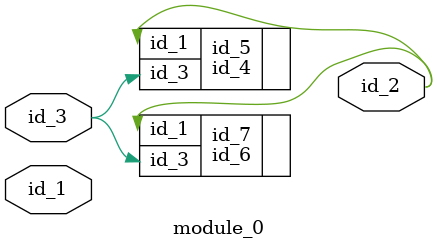
<source format=v>
module module_0 (
    id_1,
    id_2,
    id_3
);
  input id_3;
  output id_2;
  input id_1;
  id_4 id_5 (
      .id_1(id_3),
      .id_1(id_2),
      .id_3(id_3)
  );
  id_6 id_7 (
      .id_3(id_3),
      .id_1(id_2)
  );
  id_8 id_9 (
      .id_2(id_10),
      .id_7(id_7),
      .id_5(id_10)
  );
endmodule

</source>
